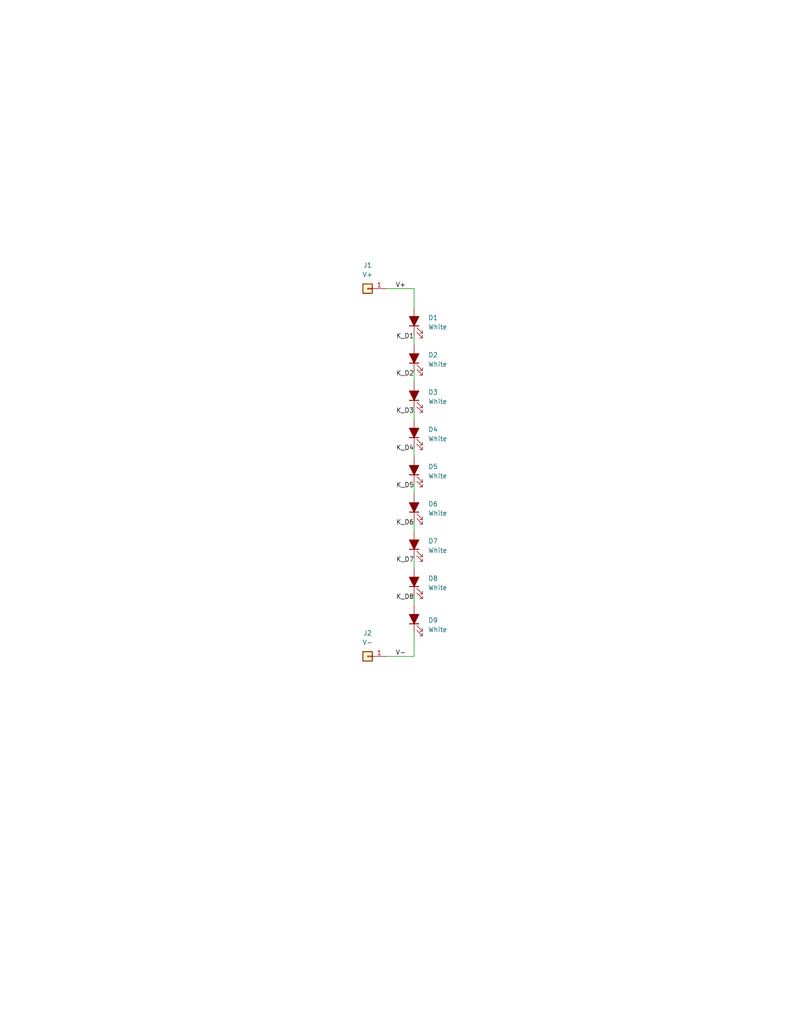
<source format=kicad_sch>
(kicad_sch (version 20250114) (generator "eeschema") (generator_version "9.0")
  (paper "A" portrait)
  (title_block (title "${PROJECTNAME}") (date "2025-08-09") (rev "${REV_SCH}") (comment 1 "Isaac Rex"))
  (lib_symbols
    (symbol "Connector_Generic:Conn_01x01" (pin_names (offset 1.016) (hide yes))
      (property "Reference" "J" (at 0 2.54 0))
      (property "Value" "Conn_01x01" (at 0 -2.54 0))
      (symbol "Conn_01x01_1_1"
        (rectangle (start -1.27 1.27) (end 1.27 -1.27) (stroke (width 0.254)) (fill (type background)))
        (rectangle (start -1.27 0.127) (end 0 -0.127) (stroke (width 0.1524)))
        (pin passive line (at -5.08 0 0) (length 3.81) (name "Pin_1") (number "1"))
      )
    )
    (symbol "Device:LED_Filled" (pin_numbers (hide yes)) (pin_names (offset 1.016) (hide yes))
      (property "Reference" "D" (at 0 2.54 0))
      (property "Value" "LED_Filled" (at 0 -2.54 0))
      (property "Sim.Pins" "1=K 2=A" (at 0 0 0))
      (symbol "LED_Filled_0_1"
        (polyline (pts (xy -3.048 -0.762) (xy -4.572 -2.286) (xy -3.81 -2.286) (xy -4.572 -2.286) (xy -4.572 -1.524)))
        (polyline (pts (xy -1.778 -0.762) (xy -3.302 -2.286) (xy -2.54 -2.286) (xy -3.302 -2.286) (xy -3.302 -1.524)))
        (polyline (pts (xy -1.27 0) (xy 1.27 0)))
        (polyline (pts (xy -1.27 -1.27) (xy -1.27 1.27)) (stroke (width 0.254)))
        (polyline (pts (xy 1.27 -1.27) (xy 1.27 1.27) (xy -1.27 0) (xy 1.27 -1.27)) (stroke (width 0.254)) (fill (type outline)))
      )
      (symbol "LED_Filled_1_1"
        (pin passive line (at -3.81 0 0) (length 2.54) (name "K") (number "1"))
        (pin passive line (at 3.81 0 180) (length 2.54) (name "A") (number "2"))
      )
    )
  )
  (wire (pts (xy 113.03 78.74) (xy 113.03 83.82)))
  (wire (pts (xy 113.03 152.4) (xy 113.03 154.94)))
  (wire (pts (xy 113.03 172.72) (xy 113.03 179.07)))
  (wire (pts (xy 113.03 132.08) (xy 113.03 134.62)))
  (wire (pts (xy 105.41 78.74) (xy 113.03 78.74)))
  (wire (pts (xy 113.03 101.6) (xy 113.03 104.14)))
  (wire (pts (xy 105.41 179.07) (xy 113.03 179.07)))
  (wire (pts (xy 113.03 91.44) (xy 113.03 93.98)))
  (wire (pts (xy 113.03 111.76) (xy 113.03 114.3)))
  (wire (pts (xy 113.03 121.92) (xy 113.03 124.46)))
  (wire (pts (xy 113.03 142.24) (xy 113.03 144.78)))
  (wire (pts (xy 113.03 162.56) (xy 113.03 165.1)))
  (label "K_D5" (at 113.03 133.35 180))
  (label "V+" (at 107.95 78.74 0))
  (label "K_D3" (at 113.03 113.03 180))
  (label "K_D8" (at 113.03 163.83 180))
  (label "K_D6" (at 113.03 143.51 180))
  (label "V-" (at 107.95 179.07 0))
  (label "K_D4" (at 113.03 123.19 180))
  (label "K_D2" (at 113.03 102.87 180))
  (label "K_D1" (at 113.03 92.71 180))
  (label "K_D7" (at 113.03 153.67 180))
  (symbol (lib_id "Device:LED_Filled") (at 113.03 158.75 90) (unit 1)
    (property "Reference" "D8" (at 116.84 157.7974 90) (effects (justify right)))
    (property "Value" "White" (at 116.84 160.3374 90) (effects (justify right)))
    (property "Footprint" "LED_SMD:LED_Everlight-SMD3528_3.5x2.8mm_67-21ST" (effects (hide yes)))
    (property "Datasheet" "https://www.everlighteurope.com/custom/files/datasheets/DSE-0018112.pdf" (effects (hide yes)))
    (property "Description" "Light emitting diode, filled shape" (effects (hide yes)))
    (property "Sim.Pins" "1=K 2=A" (effects (hide yes)))
    (property "MPN" "JB2835AWT-W-H40GA0000-N0000001" (effects (hide yes)))
    (property "DigiKey PN" "2138-JB2835AWT-W-H40GA0000-N0000001CT-ND" (effects (hide yes)))
  )
  (symbol (lib_id "Device:LED_Filled") (at 113.03 128.27 90) (unit 1)
    (property "Reference" "D5" (at 116.84 127.3174 90) (effects (justify right)))
    (property "Value" "White" (at 116.84 129.8574 90) (effects (justify right)))
    (property "Footprint" "LED_SMD:LED_Everlight-SMD3528_3.5x2.8mm_67-21ST" (effects (hide yes)))
    (property "Datasheet" "https://www.everlighteurope.com/custom/files/datasheets/DSE-0018112.pdf" (effects (hide yes)))
    (property "Description" "Light emitting diode, filled shape" (effects (hide yes)))
    (property "Sim.Pins" "1=K 2=A" (effects (hide yes)))
    (property "MPN" "JB2835AWT-W-H40GA0000-N0000001" (effects (hide yes)))
    (property "DigiKey PN" "2138-JB2835AWT-W-H40GA0000-N0000001CT-ND" (effects (hide yes)))
  )
  (symbol (lib_id "Device:LED_Filled") (at 113.03 97.79 90) (unit 1)
    (property "Reference" "D2" (at 116.84 96.8374 90) (effects (justify right)))
    (property "Value" "White" (at 116.84 99.3774 90) (effects (justify right)))
    (property "Footprint" "LED_SMD:LED_Everlight-SMD3528_3.5x2.8mm_67-21ST" (effects (hide yes)))
    (property "Datasheet" "https://www.everlighteurope.com/custom/files/datasheets/DSE-0018112.pdf" (effects (hide yes)))
    (property "Description" "Light emitting diode, filled shape" (effects (hide yes)))
    (property "Sim.Pins" "1=K 2=A" (effects (hide yes)))
    (property "MPN" "JB2835AWT-W-H40GA0000-N0000001" (effects (hide yes)))
    (property "DigiKey PN" "2138-JB2835AWT-W-H40GA0000-N0000001CT-ND" (effects (hide yes)))
  )
  (symbol (lib_id "Device:LED_Filled") (at 113.03 138.43 90) (unit 1)
    (property "Reference" "D6" (at 116.84 137.4774 90) (effects (justify right)))
    (property "Value" "White" (at 116.84 140.0174 90) (effects (justify right)))
    (property "Footprint" "LED_SMD:LED_Everlight-SMD3528_3.5x2.8mm_67-21ST" (effects (hide yes)))
    (property "Datasheet" "https://www.everlighteurope.com/custom/files/datasheets/DSE-0018112.pdf" (effects (hide yes)))
    (property "Description" "Light emitting diode, filled shape" (effects (hide yes)))
    (property "Sim.Pins" "1=K 2=A" (effects (hide yes)))
    (property "MPN" "JB2835AWT-W-H40GA0000-N0000001" (effects (hide yes)))
    (property "DigiKey PN" "2138-JB2835AWT-W-H40GA0000-N0000001CT-ND" (effects (hide yes)))
  )
  (symbol (lib_id "Device:LED_Filled") (at 113.03 148.59 90) (unit 1)
    (property "Reference" "D7" (at 116.84 147.6374 90) (effects (justify right)))
    (property "Value" "White" (at 116.84 150.1774 90) (effects (justify right)))
    (property "Footprint" "LED_SMD:LED_Everlight-SMD3528_3.5x2.8mm_67-21ST" (effects (hide yes)))
    (property "Datasheet" "https://www.everlighteurope.com/custom/files/datasheets/DSE-0018112.pdf" (effects (hide yes)))
    (property "Description" "Light emitting diode, filled shape" (effects (hide yes)))
    (property "Sim.Pins" "1=K 2=A" (effects (hide yes)))
    (property "MPN" "JB2835AWT-W-H40GA0000-N0000001" (effects (hide yes)))
    (property "DigiKey PN" "2138-JB2835AWT-W-H40GA0000-N0000001CT-ND" (effects (hide yes)))
  )
  (symbol (lib_id "Device:LED_Filled") (at 113.03 107.95 90) (unit 1)
    (property "Reference" "D3" (at 116.84 106.9974 90) (effects (justify right)))
    (property "Value" "White" (at 116.84 109.5374 90) (effects (justify right)))
    (property "Footprint" "LED_SMD:LED_Everlight-SMD3528_3.5x2.8mm_67-21ST" (effects (hide yes)))
    (property "Datasheet" "https://www.everlighteurope.com/custom/files/datasheets/DSE-0018112.pdf" (effects (hide yes)))
    (property "Description" "Light emitting diode, filled shape" (effects (hide yes)))
    (property "Sim.Pins" "1=K 2=A" (effects (hide yes)))
    (property "MPN" "JB2835AWT-W-H40GA0000-N0000001" (effects (hide yes)))
    (property "DigiKey PN" "2138-JB2835AWT-W-H40GA0000-N0000001CT-ND" (effects (hide yes)))
  )
  (symbol (lib_id "Connector_Generic:Conn_01x01") (at 100.33 78.74 180) (unit 1) (in_bom no)
    (property "Reference" "J1" (at 100.33 72.39 0))
    (property "Value" "V+" (at 100.33 74.93 0))
    (property "Footprint" "TestPoint:TestPoint_Pad_2.0x2.0mm" (effects (hide yes)))
    (property "Description" "Generic connector, single row, 01x01, script generated (kicad-library-utils/schlib/autogen/connector/)" (effects (hide yes)))
  )
  (symbol (lib_id "Device:LED_Filled") (at 113.03 118.11 90) (unit 1)
    (property "Reference" "D4" (at 116.84 117.1574 90) (effects (justify right)))
    (property "Value" "White" (at 116.84 119.6974 90) (effects (justify right)))
    (property "Footprint" "LED_SMD:LED_Everlight-SMD3528_3.5x2.8mm_67-21ST" (effects (hide yes)))
    (property "Datasheet" "https://www.everlighteurope.com/custom/files/datasheets/DSE-0018112.pdf" (effects (hide yes)))
    (property "Description" "Light emitting diode, filled shape" (effects (hide yes)))
    (property "Sim.Pins" "1=K 2=A" (effects (hide yes)))
    (property "MPN" "JB2835AWT-W-H40GA0000-N0000001" (effects (hide yes)))
    (property "DigiKey PN" "2138-JB2835AWT-W-H40GA0000-N0000001CT-ND" (effects (hide yes)))
  )
  (symbol (lib_id "Connector_Generic:Conn_01x01") (at 100.33 179.07 180) (unit 1) (in_bom no)
    (property "Reference" "J2" (at 100.33 172.72 0))
    (property "Value" "V-" (at 100.33 175.26 0))
    (property "Footprint" "TestPoint:TestPoint_Pad_2.0x2.0mm" (effects (hide yes)))
    (property "Description" "Generic connector, single row, 01x01, script generated (kicad-library-utils/schlib/autogen/connector/)" (effects (hide yes)))
  )
  (symbol (lib_id "Device:LED_Filled") (at 113.03 87.63 90) (unit 1)
    (property "Reference" "D1" (at 116.84 86.6774 90) (effects (justify right)))
    (property "Value" "White" (at 116.84 89.2174 90) (effects (justify right)))
    (property "Footprint" "LED_SMD:LED_Everlight-SMD3528_3.5x2.8mm_67-21ST" (effects (hide yes)))
    (property "Datasheet" "https://www.everlighteurope.com/custom/files/datasheets/DSE-0018112.pdf" (effects (hide yes)))
    (property "Description" "Light emitting diode, filled shape" (effects (hide yes)))
    (property "Sim.Pins" "1=K 2=A" (effects (hide yes)))
    (property "MPN" "JB2835AWT-W-H40GA0000-N0000001" (effects (hide yes)))
    (property "DigiKey PN" "2138-JB2835AWT-W-H40GA0000-N0000001CT-ND" (effects (hide yes)))
  )
  (symbol (lib_id "Device:LED_Filled") (at 113.03 168.91 90) (unit 1)
    (property "Reference" "D9" (at 116.84 169.2274 90) (effects (justify right)))
    (property "Value" "White" (at 116.84 171.7674 90) (effects (justify right)))
    (property "Footprint" "LED_SMD:LED_Everlight-SMD3528_3.5x2.8mm_67-21ST" (effects (hide yes)))
    (property "Datasheet" "https://www.everlighteurope.com/custom/files/datasheets/DSE-0018112.pdf" (effects (hide yes)))
    (property "Description" "Light emitting diode, filled shape" (effects (hide yes)))
    (property "Sim.Pins" "1=K 2=A" (effects (hide yes)))
    (property "MPN" "JB2835AWT-W-H40GA0000-N0000001" (effects (hide yes)))
    (property "DigiKey PN" "2138-JB2835AWT-W-H40GA0000-N0000001CT-ND" (effects (hide yes)))
  )
)
</source>
